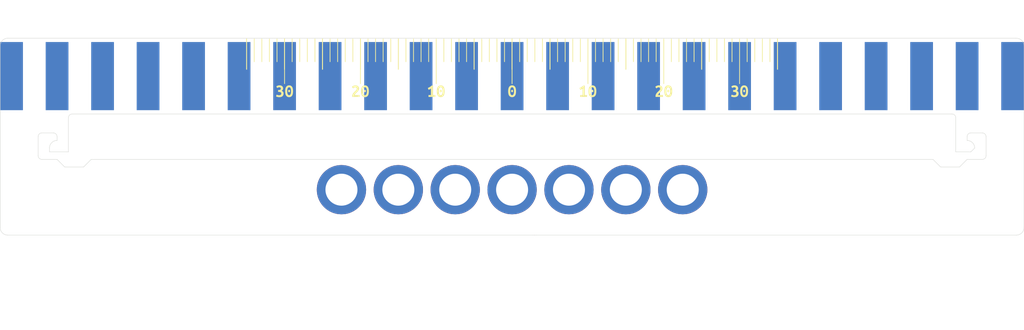
<source format=kicad_pcb>
(kicad_pcb (version 20241229) (generator "pcbnew") (generator_version "9.0")
  (layers (0 "F.Cu" signal) (2 "B.Cu" signal) (13 "F.Paste" user) (15 "B.Paste" user) (5 "F.SilkS" user "F.Silkscreen") (7 "B.SilkS" user "B.Silkscreen") (1 "F.Mask" user) (3 "B.Mask" user) (25 "Edge.Cuts" user))
  (net 0 "")
  (footprint "kibuzzard-6973373E" (layer "F.Cu") (at 158.8 142.5)
    (property "Reference" "kibuzzard-6973373E" (hide yes))
    (property "Value" "G***" (hide yes))
    (fp_poly (pts (xy 0.734249 -0.026656) (xy 0.696688 0.086026) (xy 0.600969 0.133279) (xy 0.501616 0.086026) (xy 0.465267 -0.026656) (xy 0.501616 -0.140549) (xy 0.600969 -0.189015) (xy 0.696688 -0.140549) (xy 0.734249 -0.026656)) (fill yes) (layer "F.SilkS"))
    (fp_poly (pts (xy -0.702746 0.782714) (xy -0.820275 0.774233) (xy -0.939015 0.753635) (xy -1.044426 0.726979) (xy -1.119548 0.700323) (xy -1.061389 0.450727) (xy -0.917205 0.501616) (xy -0.819972 0.521607) (xy -0.70517 0.528271) (xy -0.575222 0.511914) (xy -0.490711 0.462843) (xy -0.428918 0.300485) (xy -0.452544 0.199616) (xy -0.523425 0.134491) (xy -0.630654 0.099051) (xy -0.763328 0.087237) (xy -0.855412 0.087237) (xy -0.855412 -0.159935) (xy -0.743942 -0.159935) (xy -0.651858 -0.169628) (xy -0.569467 -0.201131) (xy -0.510097 -0.259289) (xy -0.487076 -0.351373) (xy -0.536753 -0.481018) (xy -0.673667 -0.528271) (xy -0.842084 -0.500404) (xy -0.986268 -0.431341) (xy -1.092892 -0.649435) (xy -0.919628 -0.737884) (xy -0.804826 -0.771506) (xy -0.67609 -0.782714) (xy -0.558259 -0.774838) (xy -0.456785 -0.751212) (xy -0.302908 -0.662763) (xy -0.213247 -0.528271) (xy -0.184168 -0.361066) (xy -0.235057 -0.189015) (xy -0.370759 -0.063005) (xy -0.267468 -0.003029) (xy -0.190226 0.079968) (xy -0.142064 0.183562) (xy -0.12601 0.305331) (xy -0.159935 0.496769) (xy -0.264136 0.648223) (xy -0.344103 0.70517) (xy -0.443457 0.747577) (xy -0.562803 0.77393) (xy -0.702746 0.782714)) (fill yes) (layer "F.SilkS"))
    (fp_poly (pts (xy 1.119548 -0.002423) (xy 1.111218 0.183562) (xy 1.086228 0.344103) (xy 1.044578 0.4792) (xy 0.986268 0.588853) (xy 0.883953 0.696554) (xy 0.754712 0.761174) (xy 0.598546 0.782714) (xy 0.598546 0.525848) (xy 0.70729 0.492225) (xy 0.786349 0.391357) (xy 0.822025 0.28783) (xy 0.84343 0.15657) (xy 0.850565 -0.002423) (xy 0.84343 -0.16007) (xy 0.822025 -0.290522) (xy 0.786349 -0.39378) (xy 0.70729 -0.494649) (xy 0.598546 -0.528271) (xy 0.491317 -0.494649) (xy 0.411955 -0.39378) (xy 0.375606 -0.290522) (xy 0.353796 -0.16007) (xy 0.346527 -0.002423) (xy 0.353796 0.15657) (xy 0.375606 0.28783) (xy 0.411955 0.391357) (xy 0.491317 0.492225) (xy 0.598546 0.525848) (xy 0.598546 0.782714) (xy 0.44238 0.761174) (xy 0.313139 0.696554) (xy 0.210824 0.588853) (xy 0.152514 0.4792) (xy 0.110864 0.344103) (xy 0.085874 0.183562) (xy 0.077544 -0.002423) (xy 0.086026 -0.186288) (xy 0.11147 -0.345315) (xy 0.153877 -0.479503) (xy 0.213247 -0.588853) (xy 0.31637 -0.696554) (xy 0.444803 -0.761174) (xy 0.598546 -0.782714) (xy 0.754712 -0.761309) (xy 0.883953 -0.697092) (xy 0.986268 -0.590065) (xy 1.044578 -0.481093) (xy 1.086228 -0.34683) (xy 1.111218 -0.187273) (xy 1.119548 -0.002423)) (fill yes) (layer "F.SilkS"))
  )
  (footprint "kibuzzard-69733753" (layer "F.Cu") (at 188.8 142.5)
    (property "Reference" "kibuzzard-69733753" (hide yes))
    (property "Value" "G***" (hide yes))
    (fp_poly (pts (xy 0.135703 -0.026656) (xy 0.098142 0.086026) (xy 0.002423 0.133279) (xy -0.096931 0.086026) (xy -0.133279 -0.026656) (xy -0.096931 -0.140549) (xy 0.002423 -0.189015) (xy 0.098142 -0.140549) (xy 0.135703 -0.026656)) (fill yes) (layer "F.SilkS"))
    (fp_poly (pts (xy 0.521002 -0.002423) (xy 0.512672 0.183562) (xy 0.487682 0.344103) (xy 0.446032 0.4792) (xy 0.387722 0.588853) (xy 0.285407 0.696554) (xy 0.156166 0.761174) (xy 0 0.782714) (xy 0 0.525848) (xy 0.108744 0.492225) (xy 0.187803 0.391357) (xy 0.223479 0.28783) (xy 0.244884 0.15657) (xy 0.252019 -0.002423) (xy 0.244884 -0.16007) (xy 0.223479 -0.290522) (xy 0.187803 -0.39378) (xy 0.108744 -0.494649) (xy 0 -0.528271) (xy -0.107229 -0.494649) (xy -0.186591 -0.39378) (xy -0.22294 -0.290522) (xy -0.24475 -0.16007) (xy -0.252019 -0.002423) (xy -0.24475 0.15657) (xy -0.22294 0.28783) (xy -0.186591 0.391357) (xy -0.107229 0.492225) (xy 0 0.525848) (xy 0 0.782714) (xy -0.156166 0.761174) (xy -0.285407 0.696554) (xy -0.387722 0.588853) (xy -0.446032 0.4792) (xy -0.487682 0.344103) (xy -0.512672 0.183562) (xy -0.521002 -0.002423) (xy -0.51252 -0.186288) (xy -0.487076 -0.345315) (xy -0.444669 -0.479503) (xy -0.385299 -0.588853) (xy -0.282176 -0.696554) (xy -0.153743 -0.761174) (xy 0 -0.782714) (xy 0.156166 -0.761309) (xy 0.285407 -0.697092) (xy 0.387722 -0.590065) (xy 0.446032 -0.481093) (xy 0.487682 -0.34683) (xy 0.512672 -0.187273) (xy 0.521002 -0.002423)) (fill yes) (layer "F.SilkS"))
  )
  (footprint "kibuzzard-6973375F" (layer "F.Cu") (at 198.8 142.5)
    (property "Reference" "kibuzzard-6973375F" (hide yes))
    (property "Value" "G***" (hide yes))
    (fp_poly (pts (xy 0.725767 -0.026656) (xy 0.688207 0.086026) (xy 0.592488 0.133279) (xy 0.493134 0.086026) (xy 0.456785 -0.026656) (xy 0.493134 -0.140549) (xy 0.592488 -0.189015) (xy 0.688207 -0.140549) (xy 0.725767 -0.026656)) (fill yes) (layer "F.SilkS"))
    (fp_poly (pts (xy -0.711228 0.504039) (xy -0.711228 -0.33441) (xy -0.866317 -0.248384) (xy -1.014136 -0.189015) (xy -1.111066 -0.436187) (xy -0.985057 -0.491922) (xy -0.849354 -0.567044) (xy -0.720921 -0.654281) (xy -0.616721 -0.748788) (xy -0.413166 -0.748788) (xy -0.413166 0.504039) (xy -0.115105 0.504039) (xy -0.115105 0.751212) (xy -1.026252 0.751212) (xy -1.026252 0.504039) (xy -0.711228 0.504039)) (fill yes) (layer "F.SilkS"))
    (fp_poly (pts (xy 1.111066 -0.002423) (xy 1.102736 0.183562) (xy 1.077746 0.344103) (xy 1.036097 0.4792) (xy 0.977787 0.588853) (xy 0.875471 0.696554) (xy 0.74623 0.761174) (xy 0.590065 0.782714) (xy 0.590065 0.525848) (xy 0.698809 0.492225) (xy 0.777868 0.391357) (xy 0.813543 0.28783) (xy 0.834949 0.15657) (xy 0.842084 -0.002423) (xy 0.834949 -0.16007) (xy 0.813543 -0.290522) (xy 0.777868 -0.39378) (xy 0.698809 -0.494649) (xy 0.590065 -0.528271) (xy 0.482835 -0.494649) (xy 0.403473 -0.39378) (xy 0.367124 -0.290522) (xy 0.345315 -0.16007) (xy 0.338045 -0.002423) (xy 0.345315 0.15657) (xy 0.367124 0.28783) (xy 0.403473 0.391357) (xy 0.482835 0.492225) (xy 0.590065 0.525848) (xy 0.590065 0.782714) (xy 0.433899 0.761174) (xy 0.304658 0.696554) (xy 0.202342 0.588853) (xy 0.144033 0.4792) (xy 0.102383 0.344103) (xy 0.077393 0.183562) (xy 0.069063 -0.002423) (xy 0.077544 -0.186288) (xy 0.102989 -0.345315) (xy 0.145396 -0.479503) (xy 0.204766 -0.588853) (xy 0.307889 -0.696554) (xy 0.436322 -0.761174) (xy 0.590065 -0.782714) (xy 0.74623 -0.761309) (xy 0.875471 -0.697092) (xy 0.977787 -0.590065) (xy 1.036097 -0.481093) (xy 1.077746 -0.34683) (xy 1.102736 -0.187273) (xy 1.111066 -0.002423)) (fill yes) (layer "F.SilkS"))
  )
  (footprint "kibuzzard-69733745" (layer "F.Cu") (at 168.8 142.5)
    (property "Reference" "kibuzzard-69733745" (hide yes))
    (property "Value" "G***" (hide yes))
    (fp_poly (pts (xy 0.731826 -0.026656) (xy 0.694265 0.086026) (xy 0.598546 0.133279) (xy 0.499192 0.086026) (xy 0.462843 -0.026656) (xy 0.499192 -0.140549) (xy 0.598546 -0.189015) (xy 0.694265 -0.140549) (xy 0.731826 -0.026656)) (fill yes) (layer "F.SilkS"))
    (fp_poly (pts (xy -0.169628 -0.353796) (xy -0.198708 -0.204766) (xy -0.276252 -0.065428) (xy -0.385299 0.065428) (xy -0.508885 0.186591) (xy -0.581583 0.255654) (xy -0.659128 0.338045) (xy -0.720921 0.424071) (xy -0.746365 0.504039) (xy -0.101777 0.504039) (xy -0.101777 0.751212) (xy -1.080775 0.751212) (xy -1.086834 0.69063) (xy -1.085622 0.639742) (xy -1.074414 0.523425) (xy -1.040792 0.416801) (xy -0.989903 0.318962) (xy -0.926898 0.228998) (xy -0.855412 0.146002) (xy -0.779079 0.069063) (xy -0.702746 -0.003332) (xy -0.63126 -0.072698) (xy -0.517367 -0.203554) (xy -0.472536 -0.331987) (xy -0.528271 -0.473748) (xy -0.668821 -0.523425) (xy -0.81664 -0.489499) (xy -0.969305 -0.375606) (xy -1.117124 -0.584006) (xy -1.012621 -0.672456) (xy -0.892973 -0.734249) (xy -0.766054 -0.770598) (xy -0.639742 -0.782714) (xy -0.462843 -0.756058) (xy -0.312601 -0.67609) (xy -0.208401 -0.541599) (xy -0.169628 -0.353796)) (fill yes) (layer "F.SilkS"))
    (fp_poly (pts (xy 1.117124 -0.002423) (xy 1.108794 0.183562) (xy 1.083805 0.344103) (xy 1.042155 0.4792) (xy 0.983845 0.588853) (xy 0.881529 0.696554) (xy 0.752289 0.761174) (xy 0.596123 0.782714) (xy 0.596123 0.525848) (xy 0.704867 0.492225) (xy 0.783926 0.391357) (xy 0.819602 0.28783) (xy 0.841007 0.15657) (xy 0.848142 -0.002423) (xy 0.841007 -0.16007) (xy 0.819602 -0.290522) (xy 0.783926 -0.39378) (xy 0.704867 -0.494649) (xy 0.596123 -0.528271) (xy 0.488893 -0.494649) (xy 0.409532 -0.39378) (xy 0.373183 -0.290522) (xy 0.351373 -0.16007) (xy 0.344103 -0.002423) (xy 0.351373 0.15657) (xy 0.373183 0.28783) (xy 0.409532 0.391357) (xy 0.488893 0.492225) (xy 0.596123 0.525848) (xy 0.596123 0.782714) (xy 0.439957 0.761174) (xy 0.310716 0.696554) (xy 0.208401 0.588853) (xy 0.150091 0.4792) (xy 0.108441 0.344103) (xy 0.083451 0.183562) (xy 0.075121 -0.002423) (xy 0.083603 -0.186288) (xy 0.109047 -0.345315) (xy 0.151454 -0.479503) (xy 0.210824 -0.588853) (xy 0.313947 -0.696554) (xy 0.44238 -0.761174) (xy 0.596123 -0.782714) (xy 0.752289 -0.761309) (xy 0.881529 -0.697092) (xy 0.983845 -0.590065) (xy 1.042155 -0.481093) (xy 1.083805 -0.34683) (xy 1.108794 -0.187273) (xy 1.117124 -0.002423)) (fill yes) (layer "F.SilkS"))
  )
  (footprint "kibuzzard-6973374C" (layer "F.Cu") (at 178.8 142.5)
    (property "Reference" "kibuzzard-6973374C" (hide yes))
    (property "Value" "G***" (hide yes))
    (fp_poly (pts (xy 0.725767 -0.026656) (xy 0.688207 0.086026) (xy 0.592488 0.133279) (xy 0.493134 0.086026) (xy 0.456785 -0.026656) (xy 0.493134 -0.140549) (xy 0.592488 -0.189015) (xy 0.688207 -0.140549) (xy 0.725767 -0.026656)) (fill yes) (layer "F.SilkS"))
    (fp_poly (pts (xy -0.711228 0.504039) (xy -0.711228 -0.33441) (xy -0.866317 -0.248384) (xy -1.014136 -0.189015) (xy -1.111066 -0.436187) (xy -0.985057 -0.491922) (xy -0.849354 -0.567044) (xy -0.720921 -0.654281) (xy -0.616721 -0.748788) (xy -0.413166 -0.748788) (xy -0.413166 0.504039) (xy -0.115105 0.504039) (xy -0.115105 0.751212) (xy -1.026252 0.751212) (xy -1.026252 0.504039) (xy -0.711228 0.504039)) (fill yes) (layer "F.SilkS"))
    (fp_poly (pts (xy 1.111066 -0.002423) (xy 1.102736 0.183562) (xy 1.077746 0.344103) (xy 1.036097 0.4792) (xy 0.977787 0.588853) (xy 0.875471 0.696554) (xy 0.74623 0.761174) (xy 0.590065 0.782714) (xy 0.590065 0.525848) (xy 0.698809 0.492225) (xy 0.777868 0.391357) (xy 0.813543 0.28783) (xy 0.834949 0.15657) (xy 0.842084 -0.002423) (xy 0.834949 -0.16007) (xy 0.813543 -0.290522) (xy 0.777868 -0.39378) (xy 0.698809 -0.494649) (xy 0.590065 -0.528271) (xy 0.482835 -0.494649) (xy 0.403473 -0.39378) (xy 0.367124 -0.290522) (xy 0.345315 -0.16007) (xy 0.338045 -0.002423) (xy 0.345315 0.15657) (xy 0.367124 0.28783) (xy 0.403473 0.391357) (xy 0.482835 0.492225) (xy 0.590065 0.525848) (xy 0.590065 0.782714) (xy 0.433899 0.761174) (xy 0.304658 0.696554) (xy 0.202342 0.588853) (xy 0.144033 0.4792) (xy 0.102383 0.344103) (xy 0.077393 0.183562) (xy 0.069063 -0.002423) (xy 0.077544 -0.186288) (xy 0.102989 -0.345315) (xy 0.145396 -0.479503) (xy 0.204766 -0.588853) (xy 0.307889 -0.696554) (xy 0.436322 -0.761174) (xy 0.590065 -0.782714) (xy 0.74623 -0.761309) (xy 0.875471 -0.697092) (xy 0.977787 -0.590065) (xy 1.036097 -0.481093) (xy 1.077746 -0.34683) (xy 1.102736 -0.187273) (xy 1.111066 -0.002423)) (fill yes) (layer "F.SilkS"))
  )
  (footprint "kibuzzard-69733767" (layer "F.Cu") (at 208.8 142.5)
    (property "Reference" "kibuzzard-69733767" (hide yes))
    (property "Value" "G***" (hide yes))
    (fp_poly (pts (xy 0.731826 -0.026656) (xy 0.694265 0.086026) (xy 0.598546 0.133279) (xy 0.499192 0.086026) (xy 0.462843 -0.026656) (xy 0.499192 -0.140549) (xy 0.598546 -0.189015) (xy 0.694265 -0.140549) (xy 0.731826 -0.026656)) (fill yes) (layer "F.SilkS"))
    (fp_poly (pts (xy -0.169628 -0.353796) (xy -0.198708 -0.204766) (xy -0.276252 -0.065428) (xy -0.385299 0.065428) (xy -0.508885 0.186591) (xy -0.581583 0.255654) (xy -0.659128 0.338045) (xy -0.720921 0.424071) (xy -0.746365 0.504039) (xy -0.101777 0.504039) (xy -0.101777 0.751212) (xy -1.080775 0.751212) (xy -1.086834 0.69063) (xy -1.085622 0.639742) (xy -1.074414 0.523425) (xy -1.040792 0.416801) (xy -0.989903 0.318962) (xy -0.926898 0.228998) (xy -0.855412 0.146002) (xy -0.779079 0.069063) (xy -0.702746 -0.003332) (xy -0.63126 -0.072698) (xy -0.517367 -0.203554) (xy -0.472536 -0.331987) (xy -0.528271 -0.473748) (xy -0.668821 -0.523425) (xy -0.81664 -0.489499) (xy -0.969305 -0.375606) (xy -1.117124 -0.584006) (xy -1.012621 -0.672456) (xy -0.892973 -0.734249) (xy -0.766054 -0.770598) (xy -0.639742 -0.782714) (xy -0.462843 -0.756058) (xy -0.312601 -0.67609) (xy -0.208401 -0.541599) (xy -0.169628 -0.353796)) (fill yes) (layer "F.SilkS"))
    (fp_poly (pts (xy 1.117124 -0.002423) (xy 1.108794 0.183562) (xy 1.083805 0.344103) (xy 1.042155 0.4792) (xy 0.983845 0.588853) (xy 0.881529 0.696554) (xy 0.752289 0.761174) (xy 0.596123 0.782714) (xy 0.596123 0.525848) (xy 0.704867 0.492225) (xy 0.783926 0.391357) (xy 0.819602 0.28783) (xy 0.841007 0.15657) (xy 0.848142 -0.002423) (xy 0.841007 -0.16007) (xy 0.819602 -0.290522) (xy 0.783926 -0.39378) (xy 0.704867 -0.494649) (xy 0.596123 -0.528271) (xy 0.488893 -0.494649) (xy 0.409532 -0.39378) (xy 0.373183 -0.290522) (xy 0.351373 -0.16007) (xy 0.344103 -0.002423) (xy 0.351373 0.15657) (xy 0.373183 0.28783) (xy 0.409532 0.391357) (xy 0.488893 0.492225) (xy 0.596123 0.525848) (xy 0.596123 0.782714) (xy 0.439957 0.761174) (xy 0.310716 0.696554) (xy 0.208401 0.588853) (xy 0.150091 0.4792) (xy 0.108441 0.344103) (xy 0.083451 0.183562) (xy 0.075121 -0.002423) (xy 0.083603 -0.186288) (xy 0.109047 -0.345315) (xy 0.151454 -0.479503) (xy 0.210824 -0.588853) (xy 0.313947 -0.696554) (xy 0.44238 -0.761174) (xy 0.596123 -0.782714) (xy 0.752289 -0.761309) (xy 0.881529 -0.697092) (xy 0.983845 -0.590065) (xy 1.042155 -0.481093) (xy 1.083805 -0.34683) (xy 1.108794 -0.187273) (xy 1.117124 -0.002423)) (fill yes) (layer "F.SilkS"))
  )
  (footprint "kibuzzard-6973376C" (layer "F.Cu") (at 218.8 142.5)
    (property "Reference" "kibuzzard-6973376C" (hide yes))
    (property "Value" "G***" (hide yes))
    (fp_poly (pts (xy 0.734249 -0.026656) (xy 0.696688 0.086026) (xy 0.600969 0.133279) (xy 0.501616 0.086026) (xy 0.465267 -0.026656) (xy 0.501616 -0.140549) (xy 0.600969 -0.189015) (xy 0.696688 -0.140549) (xy 0.734249 -0.026656)) (fill yes) (layer "F.SilkS"))
    (fp_poly (pts (xy -0.702746 0.782714) (xy -0.820275 0.774233) (xy -0.939015 0.753635) (xy -1.044426 0.726979) (xy -1.119548 0.700323) (xy -1.061389 0.450727) (xy -0.917205 0.501616) (xy -0.819972 0.521607) (xy -0.70517 0.528271) (xy -0.575222 0.511914) (xy -0.490711 0.462843) (xy -0.428918 0.300485) (xy -0.452544 0.199616) (xy -0.523425 0.134491) (xy -0.630654 0.099051) (xy -0.763328 0.087237) (xy -0.855412 0.087237) (xy -0.855412 -0.159935) (xy -0.743942 -0.159935) (xy -0.651858 -0.169628) (xy -0.569467 -0.201131) (xy -0.510097 -0.259289) (xy -0.487076 -0.351373) (xy -0.536753 -0.481018) (xy -0.673667 -0.528271) (xy -0.842084 -0.500404) (xy -0.986268 -0.431341) (xy -1.092892 -0.649435) (xy -0.919628 -0.737884) (xy -0.804826 -0.771506) (xy -0.67609 -0.782714) (xy -0.558259 -0.774838) (xy -0.456785 -0.751212) (xy -0.302908 -0.662763) (xy -0.213247 -0.528271) (xy -0.184168 -0.361066) (xy -0.235057 -0.189015) (xy -0.370759 -0.063005) (xy -0.267468 -0.003029) (xy -0.190226 0.079968) (xy -0.142064 0.183562) (xy -0.12601 0.305331) (xy -0.159935 0.496769) (xy -0.264136 0.648223) (xy -0.344103 0.70517) (xy -0.443457 0.747577) (xy -0.562803 0.77393) (xy -0.702746 0.782714)) (fill yes) (layer "F.SilkS"))
    (fp_poly (pts (xy 1.119548 -0.002423) (xy 1.111218 0.183562) (xy 1.086228 0.344103) (xy 1.044578 0.4792) (xy 0.986268 0.588853) (xy 0.883953 0.696554) (xy 0.754712 0.761174) (xy 0.598546 0.782714) (xy 0.598546 0.525848) (xy 0.70729 0.492225) (xy 0.786349 0.391357) (xy 0.822025 0.28783) (xy 0.84343 0.15657) (xy 0.850565 -0.002423) (xy 0.84343 -0.16007) (xy 0.822025 -0.290522) (xy 0.786349 -0.39378) (xy 0.70729 -0.494649) (xy 0.598546 -0.528271) (xy 0.491317 -0.494649) (xy 0.411955 -0.39378) (xy 0.375606 -0.290522) (xy 0.353796 -0.16007) (xy 0.346527 -0.002423) (xy 0.353796 0.15657) (xy 0.375606 0.28783) (xy 0.411955 0.391357) (xy 0.491317 0.492225) (xy 0.598546 0.525848) (xy 0.598546 0.782714) (xy 0.44238 0.761174) (xy 0.313139 0.696554) (xy 0.210824 0.588853) (xy 0.152514 0.4792) (xy 0.110864 0.344103) (xy 0.085874 0.183562) (xy 0.077544 -0.002423) (xy 0.086026 -0.186288) (xy 0.11147 -0.345315) (xy 0.153877 -0.479503) (xy 0.213247 -0.588853) (xy 0.31637 -0.696554) (xy 0.444803 -0.761174) (xy 0.598546 -0.782714) (xy 0.754712 -0.761309) (xy 0.883953 -0.697092) (xy 0.986268 -0.590065) (xy 1.044578 -0.481093) (xy 1.086228 -0.34683) (xy 1.111218 -0.187273) (xy 1.119548 -0.002423)) (fill yes) (layer "F.SilkS"))
  )
  (footprint "footprints:MountingHole_SMTSO3060_3.2mm_M3" (layer "B.Cu") (at 173.8 155.5)
    (property "Reference" "H2" (hide yes))
    (property "Value" "SMTSO3020")
    (pad "1" thru_hole circle (at 0 0) (size 6.5 6.5) (drill 4.22) (layers "*.Cu" "*.Mask"))
  )
  (footprint "footprints:MountingHole_SMTSO3060_3.2mm_M3" (layer "B.Cu") (at 188.8 155.5)
    (property "Reference" "H3" (hide yes))
    (property "Value" "SMTSO3020")
    (pad "1" thru_hole circle (at 0 0) (size 6.5 6.5) (drill 4.22) (layers "*.Cu" "*.Mask"))
  )
  (footprint "footprints:MountingHole_SMTSO3060_3.2mm_M3" (layer "B.Cu") (at 181.3 155.5)
    (property "Reference" "H1" (hide yes))
    (property "Value" "SMTSO3020")
    (pad "1" thru_hole circle (at 0 0) (size 6.5 6.5) (drill 4.22) (layers "*.Cu" "*.Mask"))
  )
  (footprint "footprints:MountingHole_SMTSO3060_3.2mm_M3" (layer "B.Cu") (at 166.3 155.5)
    (property "Reference" "H4" (hide yes))
    (property "Value" "SMTSO3020")
    (pad "1" thru_hole circle (at 0 0) (size 6.5 6.5) (drill 4.22) (layers "*.Cu" "*.Mask"))
  )
  (footprint "footprints:MountingHole_SMTSO3060_3.2mm_M3" (layer "B.Cu") (at 196.3 155.5)
    (property "Reference" "H5" (hide yes))
    (property "Value" "SMTSO3020")
    (pad "1" thru_hole circle (at 0 0) (size 6.5 6.5) (drill 4.22) (layers "*.Cu" "*.Mask"))
  )
  (footprint "footprints:MountingHole_SMTSO3060_3.2mm_M3" (layer "B.Cu") (at 211.3 155.5)
    (property "Reference" "H7" (hide yes))
    (property "Value" "SMTSO3020")
    (pad "1" thru_hole circle (at 0 0) (size 6.5 6.5) (drill 4.22) (layers "*.Cu" "*.Mask"))
  )
  (footprint "footprints:MountingHole_SMTSO3060_3.2mm_M3" (layer "B.Cu") (at 203.8 155.5)
    (property "Reference" "H6" (hide yes))
    (property "Value" "SMTSO3020")
    (pad "1" thru_hole circle (at 0 0) (size 6.5 6.5) (drill 4.22) (layers "*.Cu" "*.Mask"))
  )
  (gr_rect (start 211.3 136) (end 214.3 145) (fill yes) (layer "B.Cu"))
  (gr_rect (start 205.3 136) (end 208.3 145) (fill yes) (layer "B.Cu"))
  (gr_rect (start 121.3 136) (end 124.3 145) (fill yes) (layer "B.Cu"))
  (gr_rect (start 235.3 136) (end 238.3 145) (fill yes) (layer "B.Cu"))
  (gr_rect (start 247.3 136) (end 250.3 145) (fill yes) (layer "B.Cu"))
  (gr_rect (start 169.3 136) (end 172.3 145) (fill yes) (layer "B.Cu"))
  (gr_rect (start 199.3 136) (end 202.3 145) (fill yes) (layer "B.Cu"))
  (gr_rect (start 181.3 136) (end 184.3 145) (fill yes) (layer "B.Cu"))
  (gr_rect (start 133.3 136) (end 136.3 145) (fill yes) (layer "B.Cu"))
  (gr_rect (start 253.3 136) (end 256.3 145) (fill yes) (layer "B.Cu"))
  (gr_rect (start 127.3 136) (end 130.3 145) (fill yes) (layer "B.Cu"))
  (gr_rect (start 223.3 136) (end 226.3 145) (fill yes) (layer "B.Cu"))
  (gr_rect (start 145.3 136) (end 148.3 145) (fill yes) (layer "B.Cu"))
  (gr_rect (start 175.3 136) (end 178.3 145) (fill yes) (layer "B.Cu"))
  (gr_rect (start 229.3 136) (end 232.3 145) (fill yes) (layer "B.Cu"))
  (gr_rect (start 157.3 136) (end 160.3 145) (fill yes) (layer "B.Cu"))
  (gr_rect (start 187.3 136) (end 190.3 145) (fill yes) (layer "B.Cu"))
  (gr_rect (start 139.3 136) (end 142.3 145) (fill yes) (layer "B.Cu"))
  (gr_rect (start 151.3 136) (end 154.3 145) (fill yes) (layer "B.Cu"))
  (gr_rect (start 217.3 136) (end 220.3 145) (fill yes) (layer "B.Cu"))
  (gr_rect (start 163.3 136) (end 166.3 145) (fill yes) (layer "B.Cu"))
  (gr_rect (start 193.3 136) (end 196.3 145) (fill yes) (layer "B.Cu"))
  (gr_rect (start 241.3 136) (end 244.3 145) (fill yes) (layer "B.Cu"))
  (gr_line (start 203.8 139.6) (end 203.8 135.6) (stroke (width 0.1)) (layer "F.SilkS"))
  (gr_line (start 195.8 138.6) (end 195.8 135.6) (stroke (width 0.1)) (layer "F.SilkS"))
  (gr_line (start 174.8 138.6) (end 174.8 135.6) (stroke (width 0.1)) (layer "F.SilkS"))
  (gr_line (start 183.8 139.6) (end 183.8 135.6) (stroke (width 0.1)) (layer "F.SilkS"))
  (gr_line (start 167.8 138.6) (end 167.8 135.6) (stroke (width 0.1)) (layer "F.SilkS"))
  (gr_line (start 223.8 139.6) (end 223.8 135.6) (stroke (width 0.1)) (layer "F.SilkS"))
  (gr_line (start 173.8 139.6) (end 173.8 135.6) (stroke (width 0.1)) (layer "F.SilkS"))
  (gr_line (start 205.8 138.6) (end 205.8 135.6) (stroke (width 0.1)) (layer "F.SilkS"))
  (gr_line (start 221.8 138.6) (end 221.8 135.6) (stroke (width 0.1)) (layer "F.SilkS"))
  (gr_line (start 153.8 139.6) (end 153.8 135.6) (stroke (width 0.1)) (layer "F.SilkS"))
  (gr_line (start 166.8 138.6) (end 166.8 135.6) (stroke (width 0.1)) (layer "F.SilkS"))
  (gr_line (start 222.8 138.6) (end 222.8 135.6) (stroke (width 0.1)) (layer "F.SilkS"))
  (gr_line (start 190.8 138.6) (end 190.8 135.6) (stroke (width 0.1)) (layer "F.SilkS"))
  (gr_line (start 198.8 141.5) (end 198.8 135.6) (stroke (width 0.1)) (layer "F.SilkS"))
  (gr_line (start 185.8 138.6) (end 185.8 135.6) (stroke (width 0.1)) (layer "F.SilkS"))
  (gr_line (start 193.8 139.6) (end 193.8 135.6) (stroke (width 0.1)) (layer "F.SilkS"))
  (gr_line (start 187.8 138.6) (end 187.8 135.6) (stroke (width 0.1)) (layer "F.SilkS"))
  (gr_line (start 202.8 138.6) (end 202.8 135.6) (stroke (width 0.1)) (layer "F.SilkS"))
  (gr_line (start 183.8 139.6) (end 183.8 135.6) (stroke (width 0.1)) (layer "F.SilkS"))
  (gr_line (start 175.8 138.6) (end 175.8 135.6) (stroke (width 0.1)) (layer "F.SilkS"))
  (gr_line (start 192.8 138.6) (end 192.8 135.6) (stroke (width 0.1)) (layer "F.SilkS"))
  (gr_line (start 219.8 138.6) (end 219.8 135.6) (stroke (width 0.1)) (layer "F.SilkS"))
  (gr_line (start 168.8 139.6) (end 168.8 135.6) (stroke (width 0.1)) (layer "F.SilkS"))
  (gr_line (start 179.8 138.6) (end 179.8 135.6) (stroke (width 0.1)) (layer "F.SilkS"))
  (gr_line (start 194.8 138.6) (end 194.8 135.6) (stroke (width 0.1)) (layer "F.SilkS"))
  (gr_line (start 204.8 138.6) (end 204.8 135.6) (stroke (width 0.1)) (layer "F.SilkS"))
  (gr_line (start 196.8 138.6) (end 196.8 135.6) (stroke (width 0.1)) (layer "F.SilkS"))
  (gr_line (start 184.8 138.6) (end 184.8 135.6) (stroke (width 0.1)) (layer "F.SilkS"))
  (gr_line (start 200.8 138.6) (end 200.8 135.6) (stroke (width 0.1)) (layer "F.SilkS"))
  (gr_line (start 155.8 138.6) (end 155.8 135.6) (stroke (width 0.1)) (layer "F.SilkS"))
  (gr_line (start 172.8 138.6) (end 172.8 135.6) (stroke (width 0.1)) (layer "F.SilkS"))
  (gr_line (start 158.8 141.5) (end 158.8 135.6) (stroke (width 0.1)) (layer "F.SilkS"))
  (gr_line (start 220.8 138.6) (end 220.8 135.6) (stroke (width 0.1)) (layer "F.SilkS"))
  (gr_line (start 201.8 138.6) (end 201.8 135.6) (stroke (width 0.1)) (layer "F.SilkS"))
  (gr_line (start 213.8 139.6) (end 213.8 135.6) (stroke (width 0.1)) (layer "F.SilkS"))
  (gr_line (start 218.8 141.5) (end 218.8 135.6) (stroke (width 0.1)) (layer "F.SilkS"))
  (gr_line (start 164.8 138.6) (end 164.8 135.6) (stroke (width 0.1)) (layer "F.SilkS"))
  (gr_line (start 158.8 139.6) (end 158.8 135.6) (stroke (width 0.1)) (layer "F.SilkS"))
  (gr_line (start 214.8 138.6) (end 214.8 135.6) (stroke (width 0.1)) (layer "F.SilkS"))
  (gr_line (start 180.8 138.6) (end 180.8 135.6) (stroke (width 0.1)) (layer "F.SilkS"))
  (gr_line (start 171.8 138.6) (end 171.8 135.6) (stroke (width 0.1)) (layer "F.SilkS"))
  (gr_line (start 223.8 139.6) (end 223.8 135.6) (stroke (width 0.1)) (layer "F.SilkS"))
  (gr_line (start 188.8 141.5) (end 188.8 135.6) (stroke (width 0.1)) (layer "F.SilkS"))
  (gr_line (start 159.8 138.6) (end 159.8 135.6) (stroke (width 0.1)) (layer "F.SilkS"))
  (gr_line (start 163.8 139.6) (end 163.8 135.6) (stroke (width 0.1)) (layer "F.SilkS"))
  (gr_line (start 154.8 138.6) (end 154.8 135.6) (stroke (width 0.1)) (layer "F.SilkS"))
  (gr_line (start 199.8 138.6) (end 199.8 135.6) (stroke (width 0.1)) (layer "F.SilkS"))
  (gr_line (start 209.8 138.6) (end 209.8 135.6) (stroke (width 0.1)) (layer "F.SilkS"))
  (gr_line (start 168.8 141.5) (end 168.8 135.6) (stroke (width 0.1)) (layer "F.SilkS"))
  (gr_line (start 191.8 138.6) (end 191.8 135.6) (stroke (width 0.1)) (layer "F.SilkS"))
  (gr_line (start 182.8 138.6) (end 182.8 135.6) (stroke (width 0.1)) (layer "F.SilkS"))
  (gr_line (start 178.8 141.5) (end 178.8 135.6) (stroke (width 0.1)) (layer "F.SilkS"))
  (gr_line (start 206.8 138.6) (end 206.8 135.6) (stroke (width 0.1)) (layer "F.SilkS"))
  (gr_line (start 161.8 138.6) (end 161.8 135.6) (stroke (width 0.1)) (layer "F.SilkS"))
  (gr_line (start 213.8 139.6) (end 213.8 135.6) (stroke (width 0.1)) (layer "F.SilkS"))
  (gr_line (start 186.8 138.6) (end 186.8 135.6) (stroke (width 0.1)) (layer "F.SilkS"))
  (gr_line (start 215.8 138.6) (end 215.8 135.6) (stroke (width 0.1)) (layer "F.SilkS"))
  (gr_line (start 208.8 141.5) (end 208.8 135.6) (stroke (width 0.1)) (layer "F.SilkS"))
  (gr_line (start 203.8 139.6) (end 203.8 135.6) (stroke (width 0.1)) (layer "F.SilkS"))
  (gr_line (start 193.8 139.6) (end 193.8 135.6) (stroke (width 0.1)) (layer "F.SilkS"))
  (gr_line (start 177.8 138.6) (end 177.8 135.6) (stroke (width 0.1)) (layer "F.SilkS"))
  (gr_line (start 210.8 138.6) (end 210.8 135.6) (stroke (width 0.1)) (layer "F.SilkS"))
  (gr_line (start 176.8 138.6) (end 176.8 135.6) (stroke (width 0.1)) (layer "F.SilkS"))
  (gr_line (start 165.8 138.6) (end 165.8 135.6) (stroke (width 0.1)) (layer "F.SilkS"))
  (gr_line (start 207.8 138.6) (end 207.8 135.6) (stroke (width 0.1)) (layer "F.SilkS"))
  (gr_line (start 216.8 138.6) (end 216.8 135.6) (stroke (width 0.1)) (layer "F.SilkS"))
  (gr_line (start 153.8 139.6) (end 153.8 135.6) (stroke (width 0.1)) (layer "F.SilkS"))
  (gr_line (start 170.8 138.6) (end 170.8 135.6) (stroke (width 0.1)) (layer "F.SilkS"))
  (gr_line (start 157.8 138.6) (end 157.8 135.6) (stroke (width 0.1)) (layer "F.SilkS"))
  (gr_line (start 197.8 138.6) (end 197.8 135.6) (stroke (width 0.1)) (layer "F.SilkS"))
  (gr_line (start 163.8 139.6) (end 163.8 135.6) (stroke (width 0.1)) (layer "F.SilkS"))
  (gr_line (start 181.8 138.6) (end 181.8 135.6) (stroke (width 0.1)) (layer "F.SilkS"))
  (gr_line (start 211.8 138.6) (end 211.8 135.6) (stroke (width 0.1)) (layer "F.SilkS"))
  (gr_line (start 188.8 139.6) (end 188.8 135.6) (stroke (width 0.1)) (layer "F.SilkS"))
  (gr_line (start 156.8 138.6) (end 156.8 135.6) (stroke (width 0.1)) (layer "F.SilkS"))
  (gr_line (start 212.8 138.6) (end 212.8 135.6) (stroke (width 0.1)) (layer "F.SilkS"))
  (gr_line (start 169.8 138.6) (end 169.8 135.6) (stroke (width 0.1)) (layer "F.SilkS"))
  (gr_line (start 162.8 138.6) (end 162.8 135.6) (stroke (width 0.1)) (layer "F.SilkS"))
  (gr_line (start 173.8 139.6) (end 173.8 135.6) (stroke (width 0.1)) (layer "F.SilkS"))
  (gr_line (start 189.8 138.6) (end 189.8 135.6) (stroke (width 0.1)) (layer "F.SilkS"))
  (gr_line (start 160.8 138.6) (end 160.8 135.6) (stroke (width 0.1)) (layer "F.SilkS"))
  (gr_line (start 217.8 138.6) (end 217.8 135.6) (stroke (width 0.1)) (layer "F.SilkS"))
  (gr_arc (start 126.3 148.5) (mid 126.446447 148.146447) (end 126.8 148) (stroke (width 0.05)) (layer "Edge.Cuts"))
  (gr_arc (start 248.8 149) (mid 249.507107 149.292893) (end 249.8 150) (stroke (width 0.05)) (layer "Edge.Cuts"))
  (gr_arc (start 127.8 150) (mid 128.092893 149.292893) (end 128.8 149) (stroke (width 0.05)) (layer "Edge.Cuts"))
  (gr_line (start 122.3 135.5) (end 255.3 135.5) (stroke (width 0.05)) (layer "Edge.Cuts"))
  (gr_line (start 244.3 151.5) (end 245.3 152.5) (stroke (width 0.05)) (layer "Edge.Cuts"))
  (gr_line (start 245.3 152.5) (end 247.8 152.5) (stroke (width 0.05)) (layer "Edge.Cuts"))
  (gr_arc (start 251.3 151) (mid 251.153553 151.353553) (end 250.8 151.5) (stroke (width 0.05)) (layer "Edge.Cuts"))
  (gr_line (start 247.3 146) (end 247.3 150.5) (stroke (width 0.05)) (layer "Edge.Cuts"))
  (gr_line (start 250.8 151.5) (end 248.8 151.5) (stroke (width 0.05)) (layer "Edge.Cuts"))
  (gr_line (start 126.3 148.5) (end 126.3 151) (stroke (width 0.05)) (layer "Edge.Cuts"))
  (gr_line (start 251.3 148.5) (end 251.3 151) (stroke (width 0.05)) (layer "Edge.Cuts"))
  (gr_arc (start 122.3 161.5) (mid 121.592893 161.207107) (end 121.3 160.5) (stroke (width 0.05)) (layer "Edge.Cuts"))
  (gr_line (start 249.3 150.5) (end 249.8 150) (stroke (width 0.05)) (layer "Edge.Cuts"))
  (gr_arc (start 121.3 136.5) (mid 121.592893 135.792893) (end 122.3 135.5) (stroke (width 0.05)) (layer "Edge.Cuts"))
  (gr_line (start 247.8 152.5) (end 248.8 151.5) (stroke (width 0.05)) (layer "Edge.Cuts"))
  (gr_line (start 132.3 152.5) (end 129.8 152.5) (stroke (width 0.05)) (layer "Edge.Cuts"))
  (gr_line (start 128.8 149) (end 128.8 148.5) (stroke (width 0.05)) (layer "Edge.Cuts"))
  (gr_arc (start 246.8 145.5) (mid 247.153553 145.646447) (end 247.3 146) (stroke (width 0.05)) (layer "Edge.Cuts"))
  (gr_line (start 248.8 149) (end 248.8 148.5) (stroke (width 0.05)) (layer "Edge.Cuts"))
  (gr_arc (start 250.8 148) (mid 251.153553 148.146447) (end 251.3 148.5) (stroke (width 0.05)) (layer "Edge.Cuts"))
  (gr_line (start 247.3 150.5) (end 249.3 150.5) (stroke (width 0.05)) (layer "Edge.Cuts"))
  (gr_arc (start 130.3 146) (mid 130.446447 145.646447) (end 130.8 145.5) (stroke (width 0.05)) (layer "Edge.Cuts"))
  (gr_line (start 128.3 148) (end 126.8 148) (stroke (width 0.05)) (layer "Edge.Cuts"))
  (gr_line (start 130.3 150.5) (end 127.8 150.5) (stroke (width 0.05)) (layer "Edge.Cuts"))
  (gr_line (start 122.3 161.5) (end 191.714213 161.5) (stroke (width 0.05)) (layer "Edge.Cuts"))
  (gr_line (start 246.8 145.5) (end 130.8 145.5) (stroke (width 0.05)) (layer "Edge.Cuts"))
  (gr_arc (start 255.3 135.5) (mid 256.007107 135.792893) (end 256.3 136.5) (stroke (width 0.05)) (layer "Edge.Cuts"))
  (gr_line (start 256.3 136.5) (end 256.3 160.5) (stroke (width 0.05)) (layer "Edge.Cuts"))
  (gr_arc (start 126.8 151.5) (mid 126.446447 151.353553) (end 126.3 151) (stroke (width 0.05)) (layer "Edge.Cuts"))
  (gr_arc (start 256.3 160.5) (mid 256.007107 161.207107) (end 255.3 161.5) (stroke (width 0.05)) (layer "Edge.Cuts"))
  (gr_arc (start 248.8 148.5) (mid 248.946447 148.146447) (end 249.3 148) (stroke (width 0.05)) (layer "Edge.Cuts"))
  (gr_line (start 133.3 151.5) (end 132.3 152.5) (stroke (width 0.05)) (layer "Edge.Cuts"))
  (gr_line (start 127.8 150.5) (end 127.8 150) (stroke (width 0.05)) (layer "Edge.Cuts"))
  (gr_arc (start 128.3 148) (mid 128.653553 148.146447) (end 128.8 148.5) (stroke (width 0.05)) (layer "Edge.Cuts"))
  (gr_line (start 121.3 160.5) (end 121.3 136.5) (stroke (width 0.05)) (layer "Edge.Cuts"))
  (gr_line (start 130.3 146) (end 130.3 150.5) (stroke (width 0.05)) (layer "Edge.Cuts"))
  (gr_line (start 249.3 148) (end 250.8 148) (stroke (width 0.05)) (layer "Edge.Cuts"))
  (gr_line (start 129.8 152.5) (end 128.8 151.5) (stroke (width 0.05)) (layer "Edge.Cuts"))
  (gr_line (start 255.3 161.5) (end 191.714213 161.5) (stroke (width 0.05)) (layer "Edge.Cuts"))
  (gr_line (start 133.3 151.5) (end 244.3 151.5) (stroke (width 0.05)) (layer "Edge.Cuts"))
  (gr_line (start 126.8 151.5) (end 128.8 151.5) (stroke (width 0.05)) (layer "Edge.Cuts"))
)
</source>
